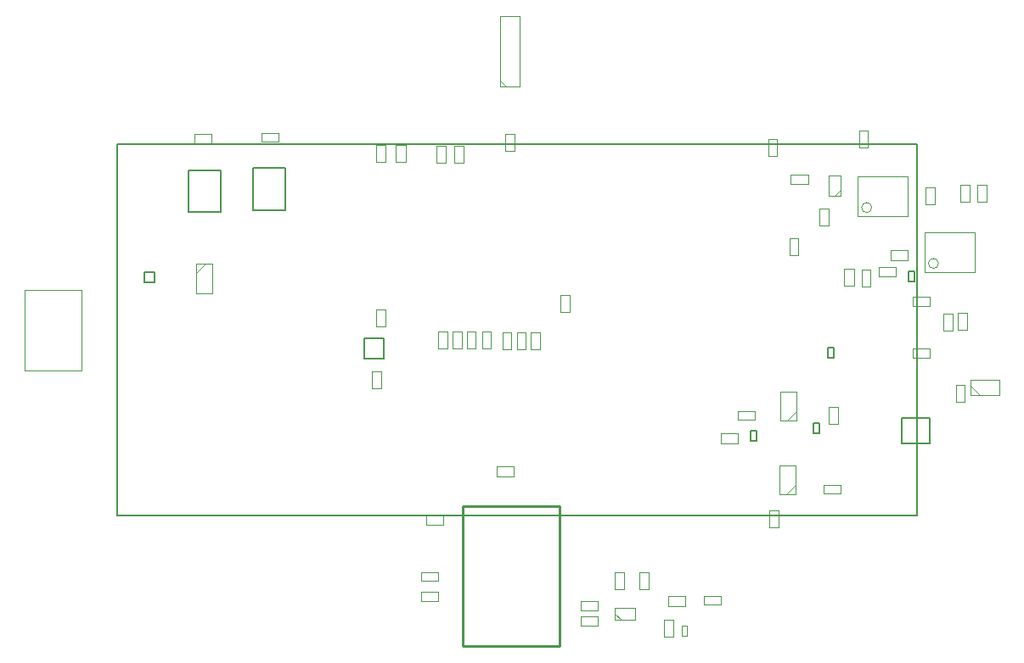
<source format=gbr>
%TF.GenerationSoftware,Altium Limited,Altium Designer,19.1.9 (167)*%
G04 Layer_Color=16711935*
%FSLAX26Y26*%
%MOIN*%
%TF.FileFunction,Other,Mechanical_13*%
%TF.Part,Single*%
G01*
G75*
%TA.AperFunction,NonConductor*%
%ADD74C,0.005000*%
%ADD75C,0.007874*%
%ADD76C,0.010000*%
%ADD92C,0.003937*%
D74*
X3506882Y556079D02*
Y2015921D01*
X367118Y556079D02*
X3506882D01*
X367118D02*
Y2015921D01*
X3506882D01*
D75*
X775417Y1748323D02*
Y1913677D01*
X649433Y1748323D02*
X775417D01*
X649433D02*
Y1913677D01*
X775417D01*
X903008Y1757323D02*
Y1922677D01*
X1028992D01*
Y1757323D02*
Y1922677D01*
X903008Y1757323D02*
X1028992D01*
X515685Y1473315D02*
Y1512685D01*
X476315Y1473315D02*
X515685D01*
X476315D02*
Y1512685D01*
X515685D01*
X3447882Y839787D02*
X3558118D01*
Y938213D01*
X3447882D02*
X3558118D01*
X3447882Y839787D02*
Y938213D01*
X3157189Y1176315D02*
Y1215685D01*
X3180811D01*
Y1176315D02*
Y1215685D01*
X3157189Y1176315D02*
X3180811D01*
X3124811Y879315D02*
Y918685D01*
X3101189Y879315D02*
X3124811D01*
X3101189D02*
Y918685D01*
X3124811D01*
X3497811Y1475315D02*
Y1514685D01*
X3474189Y1475315D02*
X3497811D01*
X3474189D02*
Y1514685D01*
X3497811D01*
X2856189Y850315D02*
Y889685D01*
X2879811D01*
Y850315D02*
Y889685D01*
X2856189Y850315D02*
X2879811D01*
X1337630Y1173630D02*
Y1252370D01*
X1416370D01*
Y1173630D02*
Y1252370D01*
X1337630Y1173630D02*
X1416370D01*
D76*
X2103748Y42906D02*
Y594087D01*
X1725795Y42906D02*
X2103748D01*
X1725795D02*
Y594087D01*
X2103748D01*
D92*
X3330693Y1766693D02*
G03*
X3330693Y1766693I-19685J0D01*
G01*
X3592693Y1546693D02*
G03*
X3592693Y1546693I-19685J0D01*
G01*
X3163284Y914535D02*
Y981465D01*
X3198716Y914535D02*
Y981465D01*
X3163284Y914535D02*
X3198716D01*
X3163284Y981465D02*
X3198716D01*
X3315716Y2002535D02*
Y2069465D01*
X3280284Y2002535D02*
Y2069465D01*
X3315716D01*
X3280284Y2002535D02*
X3315716D01*
X3013535Y1894716D02*
X3080465D01*
X3013535Y1859284D02*
X3080465D01*
X3013535D02*
Y1894716D01*
X3080465Y1859284D02*
Y1894716D01*
X677032Y1545559D02*
X740968D01*
Y1430441D02*
Y1545559D01*
X677032Y1430441D02*
X740968D01*
X677032D02*
Y1545559D01*
Y1508158D02*
X714433Y1545559D01*
X2994095Y637913D02*
X3031496Y675315D01*
Y637913D02*
Y752087D01*
X2968504D02*
X3031496D01*
X2968504Y637913D02*
Y752087D01*
Y637913D02*
X3031496D01*
X2997095Y928913D02*
X3034496Y966315D01*
Y928913D02*
Y1043087D01*
X2971504D02*
X3034496D01*
X2971504Y928913D02*
Y1043087D01*
Y928913D02*
X3034496D01*
X3160394Y1811646D02*
X3209606D01*
X3160394D02*
Y1892354D01*
X3209606D01*
Y1811646D02*
Y1892354D01*
X3184016Y1811646D02*
X3209606Y1837236D01*
X2322646Y144394D02*
Y193606D01*
X2403354D01*
Y144394D02*
Y193606D01*
X2322646Y144394D02*
X2403354D01*
X2322646Y169984D02*
X2348236Y144394D01*
X1870630Y2242205D02*
Y2517795D01*
X1949370D01*
Y2242205D02*
Y2517795D01*
X1870630Y2242205D02*
X1949370D01*
X1870630Y2265827D02*
X1894252Y2242205D01*
X3492535Y1415701D02*
X3559465D01*
X3492535Y1378299D02*
X3559465D01*
X3492535D02*
Y1415701D01*
X3559465Y1378299D02*
Y1415701D01*
X671961Y2055701D02*
X738890D01*
X671961Y2018299D02*
X738890D01*
X671961D02*
Y2055701D01*
X738890Y2018299D02*
Y2055701D01*
X2532535Y237701D02*
X2599465D01*
X2532535Y200299D02*
X2599465D01*
X2532535D02*
Y237701D01*
X2599465Y200299D02*
Y237701D01*
X2456701Y266535D02*
Y333464D01*
X2419299Y266535D02*
Y333464D01*
X2456701D01*
X2419299Y266535D02*
X2456701D01*
X3260701Y1460535D02*
Y1527465D01*
X3223299Y1460535D02*
Y1527465D01*
X3260701D01*
X3223299Y1460535D02*
X3260701D01*
X3490535Y1212701D02*
X3557465D01*
X3490535Y1175299D02*
X3557465D01*
X3490535D02*
Y1212701D01*
X3557465Y1175299D02*
Y1212701D01*
X2737535Y840299D02*
X2804465D01*
X2737535Y877701D02*
X2804465D01*
Y840299D02*
Y877701D01*
X2737535Y840299D02*
Y877701D01*
X1858535Y747701D02*
X1925465D01*
X1858535Y710299D02*
X1925465D01*
X1858535D02*
Y747701D01*
X1925465Y710299D02*
Y747701D01*
X3405535Y1597701D02*
X3472465D01*
X3405535Y1560299D02*
X3472465D01*
X3405535D02*
Y1597701D01*
X3472465Y1560299D02*
Y1597701D01*
X1929701Y1990297D02*
Y2057227D01*
X1892299Y1990297D02*
Y2057227D01*
X1929701D01*
X1892299Y1990297D02*
X1929701D01*
X3705701Y1286535D02*
Y1353465D01*
X3668299Y1286535D02*
Y1353465D01*
X3705701D01*
X3668299Y1286535D02*
X3705701D01*
X1421701Y1945535D02*
Y2012465D01*
X1384299Y1945535D02*
Y2012465D01*
X1421701D01*
X1384299Y1945535D02*
X1421701D01*
X1500701Y1944535D02*
Y2011465D01*
X1463299Y1944535D02*
Y2011465D01*
X1500701D01*
X1463299Y1944535D02*
X1500701D01*
X2145701Y1355535D02*
Y1422465D01*
X2108299Y1355535D02*
Y1422465D01*
X2145701D01*
X2108299Y1355535D02*
X2145701D01*
X3677299Y1790535D02*
Y1857465D01*
X3714701Y1790535D02*
Y1857465D01*
X3677299Y1790535D02*
X3714701D01*
X3677299Y1857465D02*
X3714701D01*
X3358535Y1495299D02*
X3425465D01*
X3358535Y1532701D02*
X3425465D01*
Y1495299D02*
Y1532701D01*
X3358535Y1495299D02*
Y1532701D01*
X3275575Y1731260D02*
X3472425D01*
X3275575Y1888740D02*
X3472425D01*
X3275575Y1731260D02*
Y1888740D01*
X3472425Y1731260D02*
Y1888740D01*
X3537575Y1511260D02*
X3734425D01*
X3537575Y1668740D02*
X3734425D01*
X3537575Y1511260D02*
Y1668740D01*
X3734425Y1511260D02*
Y1668740D01*
X227512Y1125732D02*
Y1442268D01*
X6252Y1125732D02*
X227512D01*
X6252D02*
Y1442268D01*
X227512D01*
X2256465Y122284D02*
Y157716D01*
X2189535Y122284D02*
Y157716D01*
Y122284D02*
X2256465D01*
X2189535Y157716D02*
X2256465D01*
Y182284D02*
Y217716D01*
X2189535Y182284D02*
Y217716D01*
Y182284D02*
X2256465D01*
X2189535Y217716D02*
X2256465D01*
X2516284Y145465D02*
X2551716D01*
X2516284Y78535D02*
X2551716D01*
Y145465D01*
X2516284Y78535D02*
Y145465D01*
X2322284Y331465D02*
X2357716D01*
X2322284Y264535D02*
X2357716D01*
Y331465D01*
X2322284Y264535D02*
Y331465D01*
X2739465Y204284D02*
Y239716D01*
X2672535Y204284D02*
Y239716D01*
Y204284D02*
X2739465D01*
X2672535Y239716D02*
X2739465D01*
X1628465Y220284D02*
Y255716D01*
X1561535Y220284D02*
Y255716D01*
Y220284D02*
X1628465D01*
X1561535Y255716D02*
X1628465D01*
Y298284D02*
Y333716D01*
X1561535Y298284D02*
Y333716D01*
Y298284D02*
X1628465D01*
X1561535Y333716D02*
X1628465D01*
X1582535Y520284D02*
Y555716D01*
X1649465Y520284D02*
Y555716D01*
X1582535D02*
X1649465D01*
X1582535Y520284D02*
X1649465D01*
X3290284Y1523465D02*
X3325716D01*
X3290284Y1456535D02*
X3325716D01*
Y1523465D01*
X3290284Y1456535D02*
Y1523465D01*
X3745284Y1787535D02*
X3780716D01*
X3745284Y1854465D02*
X3780716D01*
X3745284Y1787535D02*
Y1854465D01*
X3780716Y1787535D02*
Y1854465D01*
X1693284Y2008465D02*
X1728716D01*
X1693284Y1941535D02*
X1728716D01*
Y2008465D01*
X1693284Y1941535D02*
Y2008465D01*
X1993284Y1210535D02*
X2028716D01*
X1993284Y1277465D02*
X2028716D01*
X1993284Y1210535D02*
Y1277465D01*
X2028716Y1210535D02*
Y1277465D01*
X1800284Y1213535D02*
X1835716D01*
X1800284Y1280465D02*
X1835716D01*
X1800284Y1213535D02*
Y1280465D01*
X1835716Y1213535D02*
Y1280465D01*
X1629284Y1213535D02*
X1664716D01*
X1629284Y1280465D02*
X1664716D01*
X1629284Y1213535D02*
Y1280465D01*
X1664716Y1213535D02*
Y1280465D01*
X1404716Y1055535D02*
Y1122465D01*
X1369284Y1055535D02*
Y1122465D01*
X1404716D01*
X1369284Y1055535D02*
X1404716D01*
X3612211Y1349120D02*
X3647644D01*
X3612211Y1282190D02*
X3647644D01*
Y1349120D01*
X3612211Y1282190D02*
Y1349120D01*
X3007284Y1645465D02*
X3042716D01*
X3007284Y1578535D02*
X3042716D01*
Y1645465D01*
X3007284Y1578535D02*
Y1645465D01*
X2924284Y2034465D02*
X2959716D01*
X2924284Y1967535D02*
X2959716D01*
Y2034465D01*
X2924284Y1967535D02*
Y2034465D01*
X3126284Y1761465D02*
X3161716D01*
X3126284Y1694535D02*
X3161716D01*
Y1761465D01*
X3126284Y1694535D02*
Y1761465D01*
X3543284Y1847465D02*
X3578716D01*
X3543284Y1780535D02*
X3578716D01*
Y1847465D01*
X3543284Y1780535D02*
Y1847465D01*
X2806535Y966716D02*
X2873465D01*
X2806535Y931284D02*
X2873465D01*
X2806535D02*
Y966716D01*
X2873465Y931284D02*
Y966716D01*
X2929284Y509535D02*
Y576465D01*
X2964716Y509535D02*
Y576465D01*
X2929284Y509535D02*
X2964716D01*
X2929284Y576465D02*
X2964716D01*
X934961Y2059716D02*
X1001890D01*
X934961Y2024284D02*
X1001890D01*
X934961D02*
Y2059716D01*
X1001890Y2024284D02*
Y2059716D01*
X3695716Y1001535D02*
Y1068465D01*
X3660284Y1001535D02*
Y1068465D01*
X3695716D01*
X3660284Y1001535D02*
X3695716D01*
X3716913Y1064906D02*
X3754315Y1027504D01*
X3716913D02*
X3831087D01*
Y1090496D01*
X3716913D02*
X3831087D01*
X3716913Y1027504D02*
Y1090496D01*
X2584173Y81331D02*
X2605827D01*
X2584173Y122669D02*
X2605827D01*
X2584173Y81331D02*
Y122669D01*
X2605827Y81331D02*
Y122669D01*
X3141535Y641284D02*
X3208465D01*
X3141535Y676716D02*
X3208465D01*
Y641284D02*
Y676716D01*
X3141535Y641284D02*
Y676716D01*
X1385284Y1366465D02*
X1420716D01*
X1385284Y1299535D02*
X1420716D01*
Y1366465D01*
X1385284Y1299535D02*
Y1366465D01*
X1972716Y1210535D02*
Y1277465D01*
X1937284Y1210535D02*
Y1277465D01*
X1972716D01*
X1937284Y1210535D02*
X1972716D01*
X1915716D02*
Y1277465D01*
X1880284Y1210535D02*
Y1277465D01*
X1915716D01*
X1880284Y1210535D02*
X1915716D01*
X1775716Y1213535D02*
Y1280465D01*
X1740284Y1213535D02*
Y1280465D01*
X1775716D01*
X1740284Y1213535D02*
X1775716D01*
X1720216D02*
Y1280465D01*
X1684784Y1213535D02*
Y1280465D01*
X1720216D01*
X1684784Y1213535D02*
X1720216D01*
X1658716Y1942535D02*
Y2009465D01*
X1623284Y1942535D02*
Y2009465D01*
X1658716D01*
X1623284Y1942535D02*
X1658716D01*
%TF.MD5,740413cb1d0a6f5ae02c8ad5399d5f7b*%
M02*

</source>
